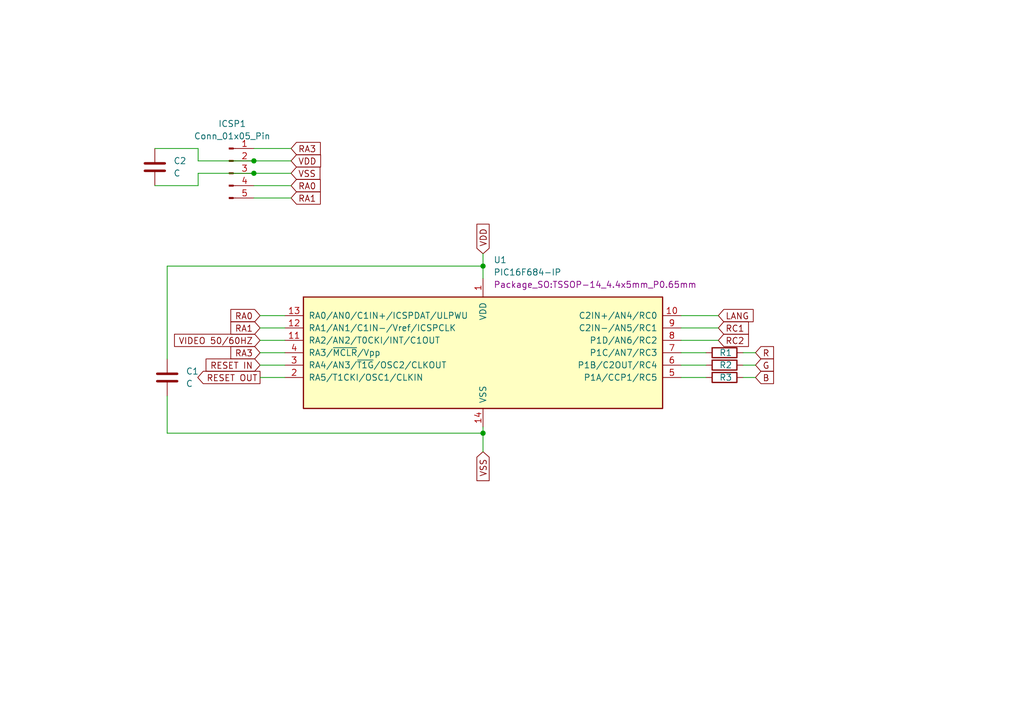
<source format=kicad_sch>
(kicad_sch
	(version 20250114)
	(generator "eeschema")
	(generator_version "9.0")
	(uuid "fdd4cff2-19db-46d7-8675-c0632426011e")
	(paper "A5")
	(title_block
		(title "PIC16F684 Switchless MOD")
		(date "2025-04-04")
		(rev "1.0")
		(company "Gamer Garage")
		(comment 1 "PIC16F684 Multiproposal PCB board customized for Switchless MOD ")
	)
	(lib_symbols
		(symbol "CUSTOM LIBRARY:PIC16F684-IP"
			(pin_names
				(offset 1.016)
			)
			(exclude_from_sim no)
			(in_bom yes)
			(on_board yes)
			(property "Reference" "U"
				(at -35.56 15.24 0)
				(effects
					(font
						(size 1.27 1.27)
					)
					(justify left)
				)
			)
			(property "Value" "PIC16F684-IP"
				(at -35.56 12.7 0)
				(effects
					(font
						(size 1.27 1.27)
					)
					(justify left)
				)
			)
			(property "Footprint" "Package_SO:TSSOP-14_4.4x5mm_P0.65mm"
				(at 0 0 0)
				(effects
					(font
						(size 1.27 1.27)
					)
				)
			)
			(property "Datasheet" "http://ww1.microchip.com/downloads/en/DeviceDoc/41202F-print.pdf"
				(at 0 0 0)
				(effects
					(font
						(size 1.27 1.27)
					)
					(hide yes)
				)
			)
			(property "Description" "2048W FLASH, 128B SRAM, 256B EEPROM, PDIP-14"
				(at 0 0 0)
				(effects
					(font
						(size 1.27 1.27)
					)
					(hide yes)
				)
			)
			(property "ki_keywords" "FLASH-Based 8-Bit CMOS Microcontroller Low Power"
				(at 0 0 0)
				(effects
					(font
						(size 1.27 1.27)
					)
					(hide yes)
				)
			)
			(property "ki_fp_filters" "DIP* PDIP* SO*"
				(at 0 0 0)
				(effects
					(font
						(size 1.27 1.27)
					)
					(hide yes)
				)
			)
			(symbol "PIC16F684-IP_0_1"
				(rectangle
					(start -36.83 11.43)
					(end 36.83 -11.43)
					(stroke
						(width 0.254)
						(type default)
					)
					(fill
						(type background)
					)
				)
			)
			(symbol "PIC16F684-IP_1_1"
				(pin bidirectional line
					(at -40.64 7.62 0)
					(length 3.81)
					(name "RA0/AN0/C1IN+/ICSPDAT/ULPWU"
						(effects
							(font
								(size 1.27 1.27)
							)
						)
					)
					(number "13"
						(effects
							(font
								(size 1.27 1.27)
							)
						)
					)
				)
				(pin bidirectional line
					(at -40.64 5.08 0)
					(length 3.81)
					(name "RA1/AN1/C1IN-/Vref/ICSPCLK"
						(effects
							(font
								(size 1.27 1.27)
							)
						)
					)
					(number "12"
						(effects
							(font
								(size 1.27 1.27)
							)
						)
					)
				)
				(pin bidirectional line
					(at -40.64 2.54 0)
					(length 3.81)
					(name "RA2/AN2/T0CKI/INT/C1OUT"
						(effects
							(font
								(size 1.27 1.27)
							)
						)
					)
					(number "11"
						(effects
							(font
								(size 1.27 1.27)
							)
						)
					)
				)
				(pin input line
					(at -40.64 0 0)
					(length 3.81)
					(name "RA3/~{MCLR}/Vpp"
						(effects
							(font
								(size 1.27 1.27)
							)
						)
					)
					(number "4"
						(effects
							(font
								(size 1.27 1.27)
							)
						)
					)
				)
				(pin bidirectional line
					(at -40.64 -2.54 0)
					(length 3.81)
					(name "RA4/AN3/~{T1G}/OSC2/CLKOUT"
						(effects
							(font
								(size 1.27 1.27)
							)
						)
					)
					(number "3"
						(effects
							(font
								(size 1.27 1.27)
							)
						)
					)
				)
				(pin bidirectional line
					(at -40.64 -5.08 0)
					(length 3.81)
					(name "RA5/T1CKI/OSC1/CLKIN"
						(effects
							(font
								(size 1.27 1.27)
							)
						)
					)
					(number "2"
						(effects
							(font
								(size 1.27 1.27)
							)
						)
					)
				)
				(pin power_in line
					(at 0 15.24 270)
					(length 3.81)
					(name "VDD"
						(effects
							(font
								(size 1.27 1.27)
							)
						)
					)
					(number "1"
						(effects
							(font
								(size 1.27 1.27)
							)
						)
					)
				)
				(pin power_in line
					(at 0 -15.24 90)
					(length 3.81)
					(name "VSS"
						(effects
							(font
								(size 1.27 1.27)
							)
						)
					)
					(number "14"
						(effects
							(font
								(size 1.27 1.27)
							)
						)
					)
				)
				(pin bidirectional line
					(at 40.64 7.62 180)
					(length 3.81)
					(name "C2IN+/AN4/RC0"
						(effects
							(font
								(size 1.27 1.27)
							)
						)
					)
					(number "10"
						(effects
							(font
								(size 1.27 1.27)
							)
						)
					)
				)
				(pin bidirectional line
					(at 40.64 5.08 180)
					(length 3.81)
					(name "C2IN-/AN5/RC1"
						(effects
							(font
								(size 1.27 1.27)
							)
						)
					)
					(number "9"
						(effects
							(font
								(size 1.27 1.27)
							)
						)
					)
				)
				(pin bidirectional line
					(at 40.64 2.54 180)
					(length 3.81)
					(name "P1D/AN6/RC2"
						(effects
							(font
								(size 1.27 1.27)
							)
						)
					)
					(number "8"
						(effects
							(font
								(size 1.27 1.27)
							)
						)
					)
				)
				(pin bidirectional line
					(at 40.64 0 180)
					(length 3.81)
					(name "P1C/AN7/RC3"
						(effects
							(font
								(size 1.27 1.27)
							)
						)
					)
					(number "7"
						(effects
							(font
								(size 1.27 1.27)
							)
						)
					)
				)
				(pin bidirectional line
					(at 40.64 -2.54 180)
					(length 3.81)
					(name "P1B/C2OUT/RC4"
						(effects
							(font
								(size 1.27 1.27)
							)
						)
					)
					(number "6"
						(effects
							(font
								(size 1.27 1.27)
							)
						)
					)
				)
				(pin bidirectional line
					(at 40.64 -5.08 180)
					(length 3.81)
					(name "P1A/CCP1/RC5"
						(effects
							(font
								(size 1.27 1.27)
							)
						)
					)
					(number "5"
						(effects
							(font
								(size 1.27 1.27)
							)
						)
					)
				)
			)
			(embedded_fonts no)
		)
		(symbol "Connector:Conn_01x05_Pin"
			(pin_names
				(offset 1.016)
				(hide yes)
			)
			(exclude_from_sim no)
			(in_bom yes)
			(on_board yes)
			(property "Reference" "J"
				(at 0 7.62 0)
				(effects
					(font
						(size 1.27 1.27)
					)
				)
			)
			(property "Value" "Conn_01x05_Pin"
				(at 0 -7.62 0)
				(effects
					(font
						(size 1.27 1.27)
					)
				)
			)
			(property "Footprint" ""
				(at 0 0 0)
				(effects
					(font
						(size 1.27 1.27)
					)
					(hide yes)
				)
			)
			(property "Datasheet" "~"
				(at 0 0 0)
				(effects
					(font
						(size 1.27 1.27)
					)
					(hide yes)
				)
			)
			(property "Description" "Generic connector, single row, 01x05, script generated"
				(at 0 0 0)
				(effects
					(font
						(size 1.27 1.27)
					)
					(hide yes)
				)
			)
			(property "ki_locked" ""
				(at 0 0 0)
				(effects
					(font
						(size 1.27 1.27)
					)
				)
			)
			(property "ki_keywords" "connector"
				(at 0 0 0)
				(effects
					(font
						(size 1.27 1.27)
					)
					(hide yes)
				)
			)
			(property "ki_fp_filters" "Connector*:*_1x??_*"
				(at 0 0 0)
				(effects
					(font
						(size 1.27 1.27)
					)
					(hide yes)
				)
			)
			(symbol "Conn_01x05_Pin_1_1"
				(rectangle
					(start 0.8636 5.207)
					(end 0 4.953)
					(stroke
						(width 0.1524)
						(type default)
					)
					(fill
						(type outline)
					)
				)
				(rectangle
					(start 0.8636 2.667)
					(end 0 2.413)
					(stroke
						(width 0.1524)
						(type default)
					)
					(fill
						(type outline)
					)
				)
				(rectangle
					(start 0.8636 0.127)
					(end 0 -0.127)
					(stroke
						(width 0.1524)
						(type default)
					)
					(fill
						(type outline)
					)
				)
				(rectangle
					(start 0.8636 -2.413)
					(end 0 -2.667)
					(stroke
						(width 0.1524)
						(type default)
					)
					(fill
						(type outline)
					)
				)
				(rectangle
					(start 0.8636 -4.953)
					(end 0 -5.207)
					(stroke
						(width 0.1524)
						(type default)
					)
					(fill
						(type outline)
					)
				)
				(polyline
					(pts
						(xy 1.27 5.08) (xy 0.8636 5.08)
					)
					(stroke
						(width 0.1524)
						(type default)
					)
					(fill
						(type none)
					)
				)
				(polyline
					(pts
						(xy 1.27 2.54) (xy 0.8636 2.54)
					)
					(stroke
						(width 0.1524)
						(type default)
					)
					(fill
						(type none)
					)
				)
				(polyline
					(pts
						(xy 1.27 0) (xy 0.8636 0)
					)
					(stroke
						(width 0.1524)
						(type default)
					)
					(fill
						(type none)
					)
				)
				(polyline
					(pts
						(xy 1.27 -2.54) (xy 0.8636 -2.54)
					)
					(stroke
						(width 0.1524)
						(type default)
					)
					(fill
						(type none)
					)
				)
				(polyline
					(pts
						(xy 1.27 -5.08) (xy 0.8636 -5.08)
					)
					(stroke
						(width 0.1524)
						(type default)
					)
					(fill
						(type none)
					)
				)
				(pin passive line
					(at 5.08 5.08 180)
					(length 3.81)
					(name "Pin_1"
						(effects
							(font
								(size 1.27 1.27)
							)
						)
					)
					(number "1"
						(effects
							(font
								(size 1.27 1.27)
							)
						)
					)
				)
				(pin passive line
					(at 5.08 2.54 180)
					(length 3.81)
					(name "Pin_2"
						(effects
							(font
								(size 1.27 1.27)
							)
						)
					)
					(number "2"
						(effects
							(font
								(size 1.27 1.27)
							)
						)
					)
				)
				(pin passive line
					(at 5.08 0 180)
					(length 3.81)
					(name "Pin_3"
						(effects
							(font
								(size 1.27 1.27)
							)
						)
					)
					(number "3"
						(effects
							(font
								(size 1.27 1.27)
							)
						)
					)
				)
				(pin passive line
					(at 5.08 -2.54 180)
					(length 3.81)
					(name "Pin_4"
						(effects
							(font
								(size 1.27 1.27)
							)
						)
					)
					(number "4"
						(effects
							(font
								(size 1.27 1.27)
							)
						)
					)
				)
				(pin passive line
					(at 5.08 -5.08 180)
					(length 3.81)
					(name "Pin_5"
						(effects
							(font
								(size 1.27 1.27)
							)
						)
					)
					(number "5"
						(effects
							(font
								(size 1.27 1.27)
							)
						)
					)
				)
			)
			(embedded_fonts no)
		)
		(symbol "Device:C"
			(pin_numbers
				(hide yes)
			)
			(pin_names
				(offset 0.254)
			)
			(exclude_from_sim no)
			(in_bom yes)
			(on_board yes)
			(property "Reference" "C"
				(at 0.635 2.54 0)
				(effects
					(font
						(size 1.27 1.27)
					)
					(justify left)
				)
			)
			(property "Value" "C"
				(at 0.635 -2.54 0)
				(effects
					(font
						(size 1.27 1.27)
					)
					(justify left)
				)
			)
			(property "Footprint" ""
				(at 0.9652 -3.81 0)
				(effects
					(font
						(size 1.27 1.27)
					)
					(hide yes)
				)
			)
			(property "Datasheet" "~"
				(at 0 0 0)
				(effects
					(font
						(size 1.27 1.27)
					)
					(hide yes)
				)
			)
			(property "Description" "Unpolarized capacitor"
				(at 0 0 0)
				(effects
					(font
						(size 1.27 1.27)
					)
					(hide yes)
				)
			)
			(property "ki_keywords" "cap capacitor"
				(at 0 0 0)
				(effects
					(font
						(size 1.27 1.27)
					)
					(hide yes)
				)
			)
			(property "ki_fp_filters" "C_*"
				(at 0 0 0)
				(effects
					(font
						(size 1.27 1.27)
					)
					(hide yes)
				)
			)
			(symbol "C_0_1"
				(polyline
					(pts
						(xy -2.032 0.762) (xy 2.032 0.762)
					)
					(stroke
						(width 0.508)
						(type default)
					)
					(fill
						(type none)
					)
				)
				(polyline
					(pts
						(xy -2.032 -0.762) (xy 2.032 -0.762)
					)
					(stroke
						(width 0.508)
						(type default)
					)
					(fill
						(type none)
					)
				)
			)
			(symbol "C_1_1"
				(pin passive line
					(at 0 3.81 270)
					(length 2.794)
					(name "~"
						(effects
							(font
								(size 1.27 1.27)
							)
						)
					)
					(number "1"
						(effects
							(font
								(size 1.27 1.27)
							)
						)
					)
				)
				(pin passive line
					(at 0 -3.81 90)
					(length 2.794)
					(name "~"
						(effects
							(font
								(size 1.27 1.27)
							)
						)
					)
					(number "2"
						(effects
							(font
								(size 1.27 1.27)
							)
						)
					)
				)
			)
			(embedded_fonts no)
		)
		(symbol "Device:R"
			(pin_numbers
				(hide yes)
			)
			(pin_names
				(offset 0)
			)
			(exclude_from_sim no)
			(in_bom yes)
			(on_board yes)
			(property "Reference" "R"
				(at 2.032 0 90)
				(effects
					(font
						(size 1.27 1.27)
					)
				)
			)
			(property "Value" "R"
				(at 0 0 90)
				(effects
					(font
						(size 1.27 1.27)
					)
				)
			)
			(property "Footprint" ""
				(at -1.778 0 90)
				(effects
					(font
						(size 1.27 1.27)
					)
					(hide yes)
				)
			)
			(property "Datasheet" "~"
				(at 0 0 0)
				(effects
					(font
						(size 1.27 1.27)
					)
					(hide yes)
				)
			)
			(property "Description" "Resistor"
				(at 0 0 0)
				(effects
					(font
						(size 1.27 1.27)
					)
					(hide yes)
				)
			)
			(property "ki_keywords" "R res resistor"
				(at 0 0 0)
				(effects
					(font
						(size 1.27 1.27)
					)
					(hide yes)
				)
			)
			(property "ki_fp_filters" "R_*"
				(at 0 0 0)
				(effects
					(font
						(size 1.27 1.27)
					)
					(hide yes)
				)
			)
			(symbol "R_0_1"
				(rectangle
					(start -1.016 -2.54)
					(end 1.016 2.54)
					(stroke
						(width 0.254)
						(type default)
					)
					(fill
						(type none)
					)
				)
			)
			(symbol "R_1_1"
				(pin passive line
					(at 0 3.81 270)
					(length 1.27)
					(name "~"
						(effects
							(font
								(size 1.27 1.27)
							)
						)
					)
					(number "1"
						(effects
							(font
								(size 1.27 1.27)
							)
						)
					)
				)
				(pin passive line
					(at 0 -3.81 90)
					(length 1.27)
					(name "~"
						(effects
							(font
								(size 1.27 1.27)
							)
						)
					)
					(number "2"
						(effects
							(font
								(size 1.27 1.27)
							)
						)
					)
				)
			)
			(embedded_fonts no)
		)
	)
	(junction
		(at 52.07 33.02)
		(diameter 0)
		(color 0 0 0 0)
		(uuid "02d66dfc-2170-4142-868a-488021d22da4")
	)
	(junction
		(at 99.06 88.9)
		(diameter 0)
		(color 0 0 0 0)
		(uuid "0929a93e-f1d1-412f-9c38-69e1c00159c8")
	)
	(junction
		(at 99.06 54.61)
		(diameter 0)
		(color 0 0 0 0)
		(uuid "1a0a9602-b5be-4c41-97ed-359f72f15591")
	)
	(junction
		(at 52.07 35.56)
		(diameter 0)
		(color 0 0 0 0)
		(uuid "ed274acb-25c6-42ef-ba1a-f9b787a1efed")
	)
	(wire
		(pts
			(xy 53.34 74.93) (xy 58.42 74.93)
		)
		(stroke
			(width 0)
			(type default)
		)
		(uuid "071cca17-4775-4c37-ae8e-7c5ffc9978d1")
	)
	(wire
		(pts
			(xy 31.75 30.48) (xy 40.64 30.48)
		)
		(stroke
			(width 0)
			(type default)
		)
		(uuid "0cf877e2-f39a-4481-8a3f-6864f6385dd9")
	)
	(wire
		(pts
			(xy 53.34 67.31) (xy 58.42 67.31)
		)
		(stroke
			(width 0)
			(type default)
		)
		(uuid "0d6b883e-b3b2-47e2-aad6-0b177c6da848")
	)
	(wire
		(pts
			(xy 139.7 77.47) (xy 144.78 77.47)
		)
		(stroke
			(width 0)
			(type default)
		)
		(uuid "233aa939-952c-498c-87c5-b7ba7c238b90")
	)
	(wire
		(pts
			(xy 52.07 35.56) (xy 59.69 35.56)
		)
		(stroke
			(width 0)
			(type default)
		)
		(uuid "2a280d51-ca7a-4e94-a72c-cc026e7bd795")
	)
	(wire
		(pts
			(xy 40.64 35.56) (xy 52.07 35.56)
		)
		(stroke
			(width 0)
			(type default)
		)
		(uuid "2af3c58e-3835-4818-9239-4c4700b0ab9a")
	)
	(wire
		(pts
			(xy 34.29 54.61) (xy 99.06 54.61)
		)
		(stroke
			(width 0)
			(type default)
		)
		(uuid "2c38141c-3b35-48e3-8b5d-627d2ce7de7e")
	)
	(wire
		(pts
			(xy 34.29 81.28) (xy 34.29 88.9)
		)
		(stroke
			(width 0)
			(type default)
		)
		(uuid "3c641ca4-d6d6-4641-b692-059e12c4a6d2")
	)
	(wire
		(pts
			(xy 152.4 77.47) (xy 154.94 77.47)
		)
		(stroke
			(width 0)
			(type default)
		)
		(uuid "3d0a14a9-92d0-4d07-8936-67ac9f5c8658")
	)
	(wire
		(pts
			(xy 34.29 88.9) (xy 99.06 88.9)
		)
		(stroke
			(width 0)
			(type default)
		)
		(uuid "3d9dfac9-83f9-46b6-8091-1c427cf07956")
	)
	(wire
		(pts
			(xy 99.06 52.07) (xy 99.06 54.61)
		)
		(stroke
			(width 0)
			(type default)
		)
		(uuid "3e8e1fc4-b475-446e-a293-68c07ee9152e")
	)
	(wire
		(pts
			(xy 53.34 77.47) (xy 58.42 77.47)
		)
		(stroke
			(width 0)
			(type default)
		)
		(uuid "45d5cb21-cd16-46d2-9266-a91efb11136b")
	)
	(wire
		(pts
			(xy 52.07 30.48) (xy 59.69 30.48)
		)
		(stroke
			(width 0)
			(type default)
		)
		(uuid "4cd9ecbf-001a-4b57-831c-4599736a49dd")
	)
	(wire
		(pts
			(xy 52.07 33.02) (xy 59.69 33.02)
		)
		(stroke
			(width 0)
			(type default)
		)
		(uuid "520d8d4f-3f41-49b6-972d-b3116eb5bac6")
	)
	(wire
		(pts
			(xy 53.34 69.85) (xy 58.42 69.85)
		)
		(stroke
			(width 0)
			(type default)
		)
		(uuid "57aa3c08-8e49-467f-9d63-e017e107a58a")
	)
	(wire
		(pts
			(xy 99.06 88.9) (xy 99.06 92.71)
		)
		(stroke
			(width 0)
			(type default)
		)
		(uuid "5b0c9735-7248-40d9-afbb-700d23900748")
	)
	(wire
		(pts
			(xy 152.4 74.93) (xy 154.94 74.93)
		)
		(stroke
			(width 0)
			(type default)
		)
		(uuid "5b972582-14bd-4b3f-a4ee-19de9751b9fd")
	)
	(wire
		(pts
			(xy 40.64 33.02) (xy 52.07 33.02)
		)
		(stroke
			(width 0)
			(type default)
		)
		(uuid "5f85f774-2299-47cb-8c7c-06441d1608a9")
	)
	(wire
		(pts
			(xy 152.4 72.39) (xy 154.94 72.39)
		)
		(stroke
			(width 0)
			(type default)
		)
		(uuid "60c6963b-5d08-4230-8fd0-dc77d5a81e09")
	)
	(wire
		(pts
			(xy 99.06 54.61) (xy 99.06 57.15)
		)
		(stroke
			(width 0)
			(type default)
		)
		(uuid "67995b3e-6b97-46ef-9376-dbecffef6223")
	)
	(wire
		(pts
			(xy 52.07 38.1) (xy 59.69 38.1)
		)
		(stroke
			(width 0)
			(type default)
		)
		(uuid "6896cf3a-0078-44a0-96d4-5ec2d19ff9a8")
	)
	(wire
		(pts
			(xy 34.29 54.61) (xy 34.29 73.66)
		)
		(stroke
			(width 0)
			(type default)
		)
		(uuid "762b1544-4257-40cf-b0cd-205c59df161c")
	)
	(wire
		(pts
			(xy 99.06 87.63) (xy 99.06 88.9)
		)
		(stroke
			(width 0)
			(type default)
		)
		(uuid "7890c632-5ee3-4d3c-b2ac-bafee3e1c3cd")
	)
	(wire
		(pts
			(xy 40.64 30.48) (xy 40.64 33.02)
		)
		(stroke
			(width 0)
			(type default)
		)
		(uuid "867e4b1d-a554-4641-a34c-50651310aee0")
	)
	(wire
		(pts
			(xy 53.34 64.77) (xy 58.42 64.77)
		)
		(stroke
			(width 0)
			(type default)
		)
		(uuid "89bb0c12-a238-4642-84e7-fca851c40f38")
	)
	(wire
		(pts
			(xy 139.7 74.93) (xy 144.78 74.93)
		)
		(stroke
			(width 0)
			(type default)
		)
		(uuid "8d4b1445-321c-4a61-8d6c-01bc4c859d35")
	)
	(wire
		(pts
			(xy 139.7 67.31) (xy 147.32 67.31)
		)
		(stroke
			(width 0)
			(type default)
		)
		(uuid "8e94e475-5349-4771-908b-adf60098a24d")
	)
	(wire
		(pts
			(xy 53.34 72.39) (xy 58.42 72.39)
		)
		(stroke
			(width 0)
			(type default)
		)
		(uuid "98309659-1b1e-4712-9f8d-110b4bbcaff7")
	)
	(wire
		(pts
			(xy 52.07 40.64) (xy 59.69 40.64)
		)
		(stroke
			(width 0)
			(type default)
		)
		(uuid "9f06d3c8-f565-4415-967c-2d192b15c7b5")
	)
	(wire
		(pts
			(xy 31.75 38.1) (xy 40.64 38.1)
		)
		(stroke
			(width 0)
			(type default)
		)
		(uuid "b511c22d-ab34-4f14-931a-a600b9b8de0d")
	)
	(wire
		(pts
			(xy 40.64 35.56) (xy 40.64 38.1)
		)
		(stroke
			(width 0)
			(type default)
		)
		(uuid "b6217859-e75d-4898-89f2-9b68affea498")
	)
	(wire
		(pts
			(xy 139.7 64.77) (xy 147.32 64.77)
		)
		(stroke
			(width 0)
			(type default)
		)
		(uuid "cf0ec209-2b87-4e3f-a952-f0244a21971f")
	)
	(wire
		(pts
			(xy 139.7 69.85) (xy 147.32 69.85)
		)
		(stroke
			(width 0)
			(type default)
		)
		(uuid "d3684ab6-3d5b-4950-b5fb-6a8b9b9635c5")
	)
	(wire
		(pts
			(xy 139.7 72.39) (xy 144.78 72.39)
		)
		(stroke
			(width 0)
			(type default)
		)
		(uuid "e99630c7-00c8-4c0f-bf40-7c8045b7d9d9")
	)
	(global_label "VDD"
		(shape input)
		(at 99.06 52.07 90)
		(fields_autoplaced yes)
		(effects
			(font
				(size 1.27 1.27)
			)
			(justify left)
		)
		(uuid "0db6bca2-f333-4d7c-9472-59a07ab7ff9a")
		(property "Intersheetrefs" "${INTERSHEET_REFS}"
			(at 99.06 45.4562 90)
			(effects
				(font
					(size 1.27 1.27)
				)
				(justify left)
				(hide yes)
			)
		)
	)
	(global_label "RESET IN"
		(shape input)
		(at 53.34 74.93 180)
		(fields_autoplaced yes)
		(effects
			(font
				(size 1.27 1.27)
			)
			(justify right)
		)
		(uuid "0faf3b1b-606b-486b-be5c-38b0a41251f4")
		(property "Intersheetrefs" "${INTERSHEET_REFS}"
			(at 41.7068 74.93 0)
			(effects
				(font
					(size 1.27 1.27)
				)
				(justify right)
				(hide yes)
			)
		)
	)
	(global_label "VDD"
		(shape input)
		(at 59.69 33.02 0)
		(fields_autoplaced yes)
		(effects
			(font
				(size 1.27 1.27)
			)
			(justify left)
		)
		(uuid "23373544-a3a3-4eb3-a999-a7ca67585072")
		(property "Intersheetrefs" "${INTERSHEET_REFS}"
			(at 66.3038 33.02 0)
			(effects
				(font
					(size 1.27 1.27)
				)
				(justify left)
				(hide yes)
			)
		)
	)
	(global_label "RA1"
		(shape input)
		(at 53.34 67.31 180)
		(fields_autoplaced yes)
		(effects
			(font
				(size 1.27 1.27)
			)
			(justify right)
		)
		(uuid "27cb155d-5851-436a-80ab-0d71429ebae1")
		(property "Intersheetrefs" "${INTERSHEET_REFS}"
			(at 46.7867 67.31 0)
			(effects
				(font
					(size 1.27 1.27)
				)
				(justify right)
				(hide yes)
			)
		)
	)
	(global_label "RESET OUT"
		(shape output)
		(at 53.34 77.47 180)
		(fields_autoplaced yes)
		(effects
			(font
				(size 1.27 1.27)
			)
			(justify right)
		)
		(uuid "387ced98-00d2-4c6d-bca6-5c3942763190")
		(property "Intersheetrefs" "${INTERSHEET_REFS}"
			(at 40.0135 77.47 0)
			(effects
				(font
					(size 1.27 1.27)
				)
				(justify right)
				(hide yes)
			)
		)
	)
	(global_label "RA3"
		(shape input)
		(at 53.34 72.39 180)
		(fields_autoplaced yes)
		(effects
			(font
				(size 1.27 1.27)
			)
			(justify right)
		)
		(uuid "3c7f7203-64f4-4fe7-98a3-c386766e68c0")
		(property "Intersheetrefs" "${INTERSHEET_REFS}"
			(at 46.7867 72.39 0)
			(effects
				(font
					(size 1.27 1.27)
				)
				(justify right)
				(hide yes)
			)
		)
	)
	(global_label "VSS"
		(shape input)
		(at 59.69 35.56 0)
		(fields_autoplaced yes)
		(effects
			(font
				(size 1.27 1.27)
			)
			(justify left)
		)
		(uuid "3dafe943-4c92-4d7c-9647-51a62be8853d")
		(property "Intersheetrefs" "${INTERSHEET_REFS}"
			(at 66.1828 35.56 0)
			(effects
				(font
					(size 1.27 1.27)
				)
				(justify left)
				(hide yes)
			)
		)
	)
	(global_label "VSS"
		(shape input)
		(at 99.06 92.71 270)
		(fields_autoplaced yes)
		(effects
			(font
				(size 1.27 1.27)
			)
			(justify right)
		)
		(uuid "429265e9-b77d-49bf-89a6-1d754beba27e")
		(property "Intersheetrefs" "${INTERSHEET_REFS}"
			(at 99.06 99.2028 90)
			(effects
				(font
					(size 1.27 1.27)
				)
				(justify right)
				(hide yes)
			)
		)
	)
	(global_label "RA3"
		(shape input)
		(at 59.69 30.48 0)
		(fields_autoplaced yes)
		(effects
			(font
				(size 1.27 1.27)
			)
			(justify left)
		)
		(uuid "47d31efe-9490-4bb2-abc5-f077ec553828")
		(property "Intersheetrefs" "${INTERSHEET_REFS}"
			(at 66.2433 30.48 0)
			(effects
				(font
					(size 1.27 1.27)
				)
				(justify left)
				(hide yes)
			)
		)
	)
	(global_label "LANG"
		(shape input)
		(at 147.32 64.77 0)
		(fields_autoplaced yes)
		(effects
			(font
				(size 1.27 1.27)
			)
			(justify left)
		)
		(uuid "49c9734b-5ba7-4ec4-ba31-51cef84a2457")
		(property "Intersheetrefs" "${INTERSHEET_REFS}"
			(at 155.0224 64.77 0)
			(effects
				(font
					(size 1.27 1.27)
				)
				(justify left)
				(hide yes)
			)
		)
	)
	(global_label "VIDEO 50{slash}60HZ"
		(shape input)
		(at 53.34 69.85 180)
		(fields_autoplaced yes)
		(effects
			(font
				(size 1.27 1.27)
			)
			(justify right)
		)
		(uuid "50c10aea-7808-4443-8533-bf9707ce7025")
		(property "Intersheetrefs" "${INTERSHEET_REFS}"
			(at 35.2358 69.85 0)
			(effects
				(font
					(size 1.27 1.27)
				)
				(justify right)
				(hide yes)
			)
		)
	)
	(global_label "RC1"
		(shape input)
		(at 147.32 67.31 0)
		(fields_autoplaced yes)
		(effects
			(font
				(size 1.27 1.27)
			)
			(justify left)
		)
		(uuid "6edf2497-8092-403a-a833-26543e7c9cfd")
		(property "Intersheetrefs" "${INTERSHEET_REFS}"
			(at 154.0547 67.31 0)
			(effects
				(font
					(size 1.27 1.27)
				)
				(justify left)
				(hide yes)
			)
		)
	)
	(global_label "B"
		(shape input)
		(at 154.94 77.47 0)
		(fields_autoplaced yes)
		(effects
			(font
				(size 1.27 1.27)
			)
			(justify left)
		)
		(uuid "76cff0c5-f545-423a-afa1-126e1d2c5150")
		(property "Intersheetrefs" "${INTERSHEET_REFS}"
			(at 159.1952 77.47 0)
			(effects
				(font
					(size 1.27 1.27)
				)
				(justify left)
				(hide yes)
			)
		)
	)
	(global_label "G"
		(shape input)
		(at 154.94 74.93 0)
		(fields_autoplaced yes)
		(effects
			(font
				(size 1.27 1.27)
			)
			(justify left)
		)
		(uuid "a85a1867-88d8-4dc3-9ed6-8b2f70c94133")
		(property "Intersheetrefs" "${INTERSHEET_REFS}"
			(at 159.1952 74.93 0)
			(effects
				(font
					(size 1.27 1.27)
				)
				(justify left)
				(hide yes)
			)
		)
	)
	(global_label "RC2"
		(shape input)
		(at 147.32 69.85 0)
		(fields_autoplaced yes)
		(effects
			(font
				(size 1.27 1.27)
			)
			(justify left)
		)
		(uuid "ad1932fb-0f16-4b47-baa0-5148aed3320a")
		(property "Intersheetrefs" "${INTERSHEET_REFS}"
			(at 154.0547 69.85 0)
			(effects
				(font
					(size 1.27 1.27)
				)
				(justify left)
				(hide yes)
			)
		)
	)
	(global_label "RA0"
		(shape input)
		(at 53.34 64.77 180)
		(fields_autoplaced yes)
		(effects
			(font
				(size 1.27 1.27)
			)
			(justify right)
		)
		(uuid "bb6d976a-0594-49bc-895d-265f2070b8a6")
		(property "Intersheetrefs" "${INTERSHEET_REFS}"
			(at 46.7867 64.77 0)
			(effects
				(font
					(size 1.27 1.27)
				)
				(justify right)
				(hide yes)
			)
		)
	)
	(global_label "R"
		(shape input)
		(at 154.94 72.39 0)
		(fields_autoplaced yes)
		(effects
			(font
				(size 1.27 1.27)
			)
			(justify left)
		)
		(uuid "cf566ce4-d407-44ef-b989-d48cf62500b8")
		(property "Intersheetrefs" "${INTERSHEET_REFS}"
			(at 159.1952 72.39 0)
			(effects
				(font
					(size 1.27 1.27)
				)
				(justify left)
				(hide yes)
			)
		)
	)
	(global_label "RA1"
		(shape input)
		(at 59.69 40.64 0)
		(fields_autoplaced yes)
		(effects
			(font
				(size 1.27 1.27)
			)
			(justify left)
		)
		(uuid "d5d952a5-cf94-4d31-b3bb-3cfb11a9fc39")
		(property "Intersheetrefs" "${INTERSHEET_REFS}"
			(at 66.2433 40.64 0)
			(effects
				(font
					(size 1.27 1.27)
				)
				(justify left)
				(hide yes)
			)
		)
	)
	(global_label "RA0"
		(shape input)
		(at 59.69 38.1 0)
		(fields_autoplaced yes)
		(effects
			(font
				(size 1.27 1.27)
			)
			(justify left)
		)
		(uuid "fbf9c871-6f86-4853-920d-95fa8de8b38c")
		(property "Intersheetrefs" "${INTERSHEET_REFS}"
			(at 66.2433 38.1 0)
			(effects
				(font
					(size 1.27 1.27)
				)
				(justify left)
				(hide yes)
			)
		)
	)
	(symbol
		(lib_id "Device:R")
		(at 148.59 72.39 90)
		(unit 1)
		(exclude_from_sim no)
		(in_bom yes)
		(on_board yes)
		(dnp no)
		(uuid "04b58451-bab5-43d7-a594-6e8b8cff84ae")
		(property "Reference" "R1"
			(at 148.844 72.39 90)
			(effects
				(font
					(size 1.27 1.27)
				)
			)
		)
		(property "Value" "R"
			(at 148.59 68.58 90)
			(effects
				(font
					(size 1.27 1.27)
				)
				(hide yes)
			)
		)
		(property "Footprint" "Resistor_SMD:R_0805_2012Metric"
			(at 148.59 74.168 90)
			(effects
				(font
					(size 1.27 1.27)
				)
				(hide yes)
			)
		)
		(property "Datasheet" "~"
			(at 148.59 72.39 0)
			(effects
				(font
					(size 1.27 1.27)
				)
				(hide yes)
			)
		)
		(property "Description" "Resistor"
			(at 148.59 72.39 0)
			(effects
				(font
					(size 1.27 1.27)
				)
				(hide yes)
			)
		)
		(pin "1"
			(uuid "6be9e870-d48e-4f91-b8e9-c8b7670d3be4")
		)
		(pin "2"
			(uuid "2a70d172-1580-44a3-af93-9e907034600f")
		)
		(instances
			(project ""
				(path "/fdd4cff2-19db-46d7-8675-c0632426011e"
					(reference "R1")
					(unit 1)
				)
			)
		)
	)
	(symbol
		(lib_id "Device:R")
		(at 148.59 77.47 90)
		(unit 1)
		(exclude_from_sim no)
		(in_bom yes)
		(on_board yes)
		(dnp no)
		(uuid "3ba4aeec-3a76-4099-88cb-ea9ba7261ff4")
		(property "Reference" "R3"
			(at 148.844 77.47 90)
			(effects
				(font
					(size 1.27 1.27)
				)
			)
		)
		(property "Value" "R"
			(at 152.146 78.74 90)
			(effects
				(font
					(size 1.27 1.27)
				)
				(hide yes)
			)
		)
		(property "Footprint" "Resistor_SMD:R_0805_2012Metric"
			(at 148.59 79.248 90)
			(effects
				(font
					(size 1.27 1.27)
				)
				(hide yes)
			)
		)
		(property "Datasheet" "~"
			(at 148.59 77.47 0)
			(effects
				(font
					(size 1.27 1.27)
				)
				(hide yes)
			)
		)
		(property "Description" "Resistor"
			(at 148.59 77.47 0)
			(effects
				(font
					(size 1.27 1.27)
				)
				(hide yes)
			)
		)
		(pin "1"
			(uuid "0e410add-1f25-48e1-9421-8f9269618588")
		)
		(pin "2"
			(uuid "86816c81-a329-4851-8241-8b5b60387478")
		)
		(instances
			(project ""
				(path "/fdd4cff2-19db-46d7-8675-c0632426011e"
					(reference "R3")
					(unit 1)
				)
			)
		)
	)
	(symbol
		(lib_id "CUSTOM LIBRARY:PIC16F684-IP")
		(at 99.06 72.39 0)
		(unit 1)
		(exclude_from_sim no)
		(in_bom yes)
		(on_board yes)
		(dnp no)
		(fields_autoplaced yes)
		(uuid "6162532d-68ad-4c3d-8746-e677932395d0")
		(property "Reference" "U1"
			(at 101.2033 53.34 0)
			(effects
				(font
					(size 1.27 1.27)
				)
				(justify left)
			)
		)
		(property "Value" "PIC16F684-IP"
			(at 101.2033 55.88 0)
			(effects
				(font
					(size 1.27 1.27)
				)
				(justify left)
			)
		)
		(property "Footprint" "Package_SO:TSSOP-14_4.4x5mm_P0.65mm"
			(at 101.2033 58.42 0)
			(effects
				(font
					(size 1.27 1.27)
				)
				(justify left)
			)
		)
		(property "Datasheet" "http://ww1.microchip.com/downloads/en/DeviceDoc/41202F-print.pdf"
			(at 99.06 72.39 0)
			(effects
				(font
					(size 1.27 1.27)
				)
				(hide yes)
			)
		)
		(property "Description" "2048W FLASH, 128B SRAM, 256B EEPROM, PDIP-14"
			(at 99.06 72.39 0)
			(effects
				(font
					(size 1.27 1.27)
				)
				(hide yes)
			)
		)
		(pin "12"
			(uuid "6475172f-a3a1-4c2c-bdd7-8815bde8345a")
		)
		(pin "4"
			(uuid "88ed2832-a864-4639-ab9c-0e77b600336f")
		)
		(pin "13"
			(uuid "7205eb80-affb-42d7-8d15-13ed987240db")
		)
		(pin "11"
			(uuid "cf06f7dd-70c7-4e35-9e00-3b6d96de8dba")
		)
		(pin "3"
			(uuid "c5f655ea-de5b-4589-b92e-62827c3a208a")
		)
		(pin "9"
			(uuid "75176410-c43a-4afb-a73d-9589505db8f9")
		)
		(pin "14"
			(uuid "6815e190-9122-4059-8b73-fd4dc4bb4025")
		)
		(pin "10"
			(uuid "34e1ef7a-3cd6-4fd2-a396-8a7c7f16354a")
		)
		(pin "8"
			(uuid "9363e47c-2732-4000-a96f-2d2800cc9e24")
		)
		(pin "1"
			(uuid "1093c4b8-cae5-42d2-a1ac-3922c9407f72")
		)
		(pin "7"
			(uuid "68993a5b-aca0-438c-8bbe-3af168d41a79")
		)
		(pin "5"
			(uuid "e52e2b29-4d31-483d-bcd9-f69c2a2a0dc9")
		)
		(pin "2"
			(uuid "bfd07395-b2f7-42bc-baf5-c66b64b6d3ca")
		)
		(pin "6"
			(uuid "96d8ab18-1072-4e17-996d-501b0ce1f99c")
		)
		(instances
			(project ""
				(path "/fdd4cff2-19db-46d7-8675-c0632426011e"
					(reference "U1")
					(unit 1)
				)
			)
		)
	)
	(symbol
		(lib_id "Device:C")
		(at 31.75 34.29 0)
		(unit 1)
		(exclude_from_sim no)
		(in_bom yes)
		(on_board yes)
		(dnp no)
		(fields_autoplaced yes)
		(uuid "97a162ad-47ec-4c3e-8018-201bde2ed556")
		(property "Reference" "C2"
			(at 35.56 33.0199 0)
			(effects
				(font
					(size 1.27 1.27)
				)
				(justify left)
			)
		)
		(property "Value" "C"
			(at 35.56 35.5599 0)
			(effects
				(font
					(size 1.27 1.27)
				)
				(justify left)
			)
		)
		(property "Footprint" "Capacitor_SMD:C_0603_1608Metric"
			(at 32.7152 38.1 0)
			(effects
				(font
					(size 1.27 1.27)
				)
				(hide yes)
			)
		)
		(property "Datasheet" "~"
			(at 31.75 34.29 0)
			(effects
				(font
					(size 1.27 1.27)
				)
				(hide yes)
			)
		)
		(property "Description" "Unpolarized capacitor"
			(at 31.75 34.29 0)
			(effects
				(font
					(size 1.27 1.27)
				)
				(hide yes)
			)
		)
		(pin "1"
			(uuid "a9a6bd10-f0ef-4fa2-bde6-921e863cf9a4")
		)
		(pin "2"
			(uuid "91c1b9f8-d23c-4031-b462-21820074e08b")
		)
		(instances
			(project "SwitchlessMOD"
				(path "/fdd4cff2-19db-46d7-8675-c0632426011e"
					(reference "C2")
					(unit 1)
				)
			)
		)
	)
	(symbol
		(lib_id "Connector:Conn_01x05_Pin")
		(at 46.99 35.56 0)
		(unit 1)
		(exclude_from_sim no)
		(in_bom yes)
		(on_board yes)
		(dnp no)
		(fields_autoplaced yes)
		(uuid "a1679b24-03ea-4e86-90b9-f66e9a83ea56")
		(property "Reference" "ICSP1"
			(at 47.625 25.4 0)
			(effects
				(font
					(size 1.27 1.27)
				)
			)
		)
		(property "Value" "Conn_01x05_Pin"
			(at 47.625 27.94 0)
			(effects
				(font
					(size 1.27 1.27)
				)
			)
		)
		(property "Footprint" "Connector_PinHeader_2.54mm:PinHeader_1x05_P2.54mm_Vertical"
			(at 46.99 35.56 0)
			(effects
				(font
					(size 1.27 1.27)
				)
				(hide yes)
			)
		)
		(property "Datasheet" "~"
			(at 46.99 35.56 0)
			(effects
				(font
					(size 1.27 1.27)
				)
				(hide yes)
			)
		)
		(property "Description" "Generic connector, single row, 01x05, script generated"
			(at 46.99 35.56 0)
			(effects
				(font
					(size 1.27 1.27)
				)
				(hide yes)
			)
		)
		(pin "1"
			(uuid "4bcb36ce-a986-43c9-a9fd-c5608c7a90a3")
		)
		(pin "2"
			(uuid "a87dc01c-c8ac-4a6c-9810-5ac32495f478")
		)
		(pin "5"
			(uuid "f86fa122-8c69-439c-aac6-3c30d47221a2")
		)
		(pin "4"
			(uuid "0aa611f9-4972-4b4d-9ff7-6e3610cd76eb")
		)
		(pin "3"
			(uuid "fc546071-4b06-43d4-8944-a17cfcba0b51")
		)
		(instances
			(project ""
				(path "/fdd4cff2-19db-46d7-8675-c0632426011e"
					(reference "ICSP1")
					(unit 1)
				)
			)
		)
	)
	(symbol
		(lib_id "Device:R")
		(at 148.59 74.93 90)
		(unit 1)
		(exclude_from_sim no)
		(in_bom yes)
		(on_board yes)
		(dnp no)
		(uuid "c40eb2dc-92ed-408f-8c84-adf1fce0df7b")
		(property "Reference" "R2"
			(at 148.844 74.93 90)
			(effects
				(font
					(size 1.27 1.27)
				)
			)
		)
		(property "Value" "R"
			(at 152.4 75.946 90)
			(effects
				(font
					(size 1.27 1.27)
				)
				(hide yes)
			)
		)
		(property "Footprint" "Resistor_SMD:R_0805_2012Metric"
			(at 148.59 76.708 90)
			(effects
				(font
					(size 1.27 1.27)
				)
				(hide yes)
			)
		)
		(property "Datasheet" "~"
			(at 148.59 74.93 0)
			(effects
				(font
					(size 1.27 1.27)
				)
				(hide yes)
			)
		)
		(property "Description" "Resistor"
			(at 148.59 74.93 0)
			(effects
				(font
					(size 1.27 1.27)
				)
				(hide yes)
			)
		)
		(pin "1"
			(uuid "f25515bc-2f15-4581-91cb-67dd83a1fca0")
		)
		(pin "2"
			(uuid "4da80201-6fb1-4d50-88ca-02716f9ab00c")
		)
		(instances
			(project ""
				(path "/fdd4cff2-19db-46d7-8675-c0632426011e"
					(reference "R2")
					(unit 1)
				)
			)
		)
	)
	(symbol
		(lib_id "Device:C")
		(at 34.29 77.47 0)
		(unit 1)
		(exclude_from_sim no)
		(in_bom yes)
		(on_board yes)
		(dnp no)
		(fields_autoplaced yes)
		(uuid "dda6040b-a218-4879-8d7f-c8f587e031e2")
		(property "Reference" "C1"
			(at 38.1 76.1999 0)
			(effects
				(font
					(size 1.27 1.27)
				)
				(justify left)
			)
		)
		(property "Value" "C"
			(at 38.1 78.7399 0)
			(effects
				(font
					(size 1.27 1.27)
				)
				(justify left)
			)
		)
		(property "Footprint" "Capacitor_SMD:C_0603_1608Metric"
			(at 35.2552 81.28 0)
			(effects
				(font
					(size 1.27 1.27)
				)
				(hide yes)
			)
		)
		(property "Datasheet" "~"
			(at 34.29 77.47 0)
			(effects
				(font
					(size 1.27 1.27)
				)
				(hide yes)
			)
		)
		(property "Description" "Unpolarized capacitor"
			(at 34.29 77.47 0)
			(effects
				(font
					(size 1.27 1.27)
				)
				(hide yes)
			)
		)
		(pin "1"
			(uuid "e9244619-1892-495b-a050-c48222b04ec3")
		)
		(pin "2"
			(uuid "c3543a9c-9e52-44f1-8142-228e15b84919")
		)
		(instances
			(project ""
				(path "/fdd4cff2-19db-46d7-8675-c0632426011e"
					(reference "C1")
					(unit 1)
				)
			)
		)
	)
	(sheet_instances
		(path "/"
			(page "1")
		)
	)
	(embedded_fonts no)
)

</source>
